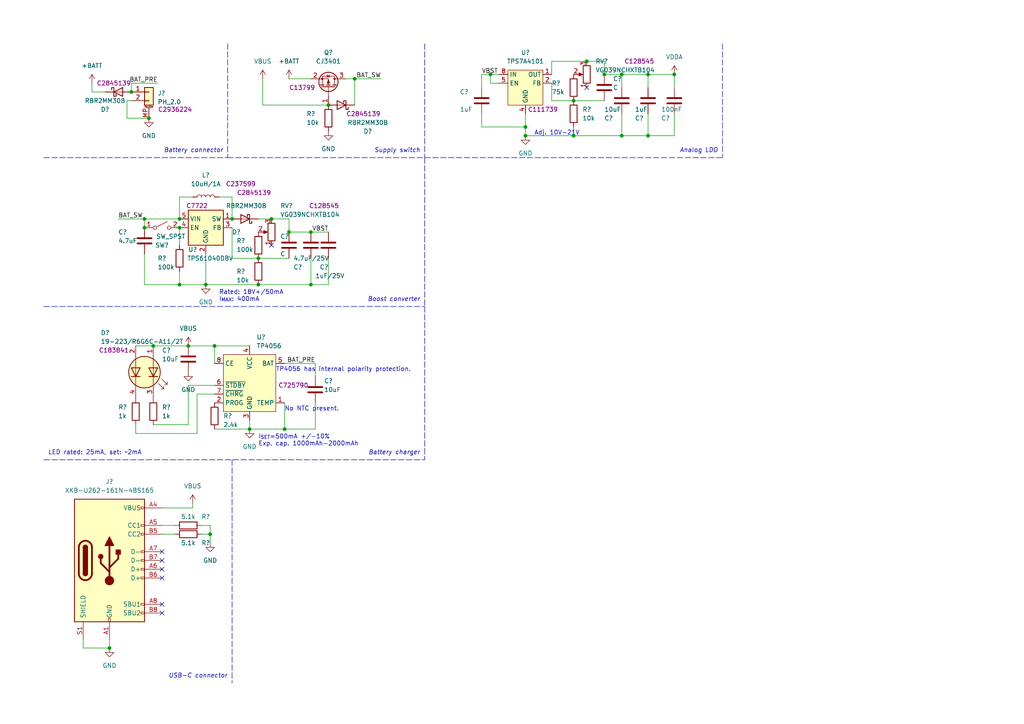
<source format=kicad_sch>
(kicad_sch (version 20211123) (generator eeschema)
  (paper "A4")
  (title_block (title "HFAmp") (rev "A0") (company "imi415"))
  (lib_symbols
    (symbol "Battery_Management_Local:TP4056"
      (property "Reference" "U" (at 0 0 0))
      (property "Value" "TP4056" (at 25.4 11.43 0))
      (symbol "TP4056_0_0"
        (pin input line (at 10.16 -5.08 180) (length 2.54) (name "TEMP") (number "1"))
        (pin input line (at -10.16 -5.08 0) (length 2.54) (name "PROG") (number "2"))
        (pin power_in line (at 0 -10.16 90) (length 2.54) (name "GND") (number "3"))
        (pin power_in line (at 0 11.43 270) (length 2.54) (name "VCC") (number "4"))
        (pin power_out line (at 10.16 6.35 180) (length 2.54) (name "BAT") (number "5"))
        (pin open_collector line (at -10.16 0 0) (length 2.54) (name "~{STDBY}") (number "6"))
        (pin open_collector line (at -10.16 -2.54 0) (length 2.54) (name "~{CHRG}") (number "7"))
        (pin input line (at -10.16 6.35 0) (length 2.54) (name "CE") (number "8"))
      )
      (symbol "TP4056_0_1"
        (rectangle (start -7.62 8.89) (end 7.62 -7.62) (fill (type background)))
      )
      (symbol "TP4056_1_1"
        (pin passive line (at 10.16 0 180) (length 2.54) hide (name "EP") (number "9"))
      )
    )
    (symbol "Connector:USB_C_Receptacle_USB2.0" (pin_names (offset 1.016))
      (property "Reference" "J" (at -10.16 19.05 0))
      (property "Value" "USB_C_Receptacle_USB2.0" (at 19.05 19.05 0))
      (symbol "USB_C_Receptacle_USB2.0_0_0"
        (rectangle (start -0.254 -17.78) (end 0.254 -16.764))
        (rectangle (start 10.16 -14.986) (end 9.144 -15.494))
        (rectangle (start 10.16 -12.446) (end 9.144 -12.954))
        (rectangle (start 10.16 -4.826) (end 9.144 -5.334))
        (rectangle (start 10.16 -2.286) (end 9.144 -2.794))
        (rectangle (start 10.16 0.254) (end 9.144 -0.254))
        (rectangle (start 10.16 2.794) (end 9.144 2.286))
        (rectangle (start 10.16 7.874) (end 9.144 7.366))
        (rectangle (start 10.16 10.414) (end 9.144 9.906))
        (rectangle (start 10.16 15.494) (end 9.144 14.986))
      )
      (symbol "USB_C_Receptacle_USB2.0_0_1"
        (rectangle (start -10.16 17.78) (end 10.16 -17.78) (stroke (width 0.254)) (fill (type background)))
        (arc (start -8.89 -3.81) (mid -6.985 -5.715) (end -5.08 -3.81) (stroke (width 0.508)))
        (arc (start -7.62 -3.81) (mid -6.985 -4.445) (end -6.35 -3.81) (stroke (width 0.254)))
        (arc (start -7.62 -3.81) (mid -6.985 -4.445) (end -6.35 -3.81) (stroke (width 0.254)) (fill (type outline)))
        (rectangle (start -7.62 -3.81) (end -6.35 3.81) (stroke (width 0.254)) (fill (type outline)))
        (arc (start -6.35 3.81) (mid -6.985 4.445) (end -7.62 3.81) (stroke (width 0.254)))
        (arc (start -6.35 3.81) (mid -6.985 4.445) (end -7.62 3.81) (stroke (width 0.254)) (fill (type outline)))
        (arc (start -5.08 3.81) (mid -6.985 5.715) (end -8.89 3.81) (stroke (width 0.508)))
        (circle (center -2.54 1.143) (radius 0.635) (stroke (width 0.254)) (fill (type outline)))
        (circle (center 0 -5.842) (radius 1.27) (fill (type outline)))
        (polyline (pts (xy -8.89 -3.81) (xy -8.89 3.81)) (stroke (width 0.508)))
        (polyline (pts (xy -5.08 3.81) (xy -5.08 -3.81)) (stroke (width 0.508)))
        (polyline (pts (xy 0 -5.842) (xy 0 4.318)) (stroke (width 0.508)))
        (polyline (pts (xy 0 -3.302) (xy -2.54 -0.762) (xy -2.54 0.508)) (stroke (width 0.508)))
        (polyline (pts (xy 0 -2.032) (xy 2.54 0.508) (xy 2.54 1.778)) (stroke (width 0.508)))
        (polyline (pts (xy -1.27 4.318) (xy 0 6.858) (xy 1.27 4.318) (xy -1.27 4.318)) (stroke (width 0.254)) (fill (type outline)))
        (rectangle (start 1.905 1.778) (end 3.175 3.048) (stroke (width 0.254)) (fill (type outline)))
      )
      (symbol "USB_C_Receptacle_USB2.0_1_1"
        (pin passive line (at 0 -22.86 90) (length 5.08) (name "GND") (number "A1"))
        (pin passive line (at 0 -22.86 90) (length 5.08) hide (name "GND") (number "A12"))
        (pin passive line (at 15.24 15.24 180) (length 5.08) (name "VBUS") (number "A4"))
        (pin bidirectional line (at 15.24 10.16 180) (length 5.08) (name "CC1") (number "A5"))
        (pin bidirectional line (at 15.24 -2.54 180) (length 5.08) (name "D+") (number "A6"))
        (pin bidirectional line (at 15.24 2.54 180) (length 5.08) (name "D-") (number "A7"))
        (pin bidirectional line (at 15.24 -12.7 180) (length 5.08) (name "SBU1") (number "A8"))
        (pin passive line (at 15.24 15.24 180) (length 5.08) hide (name "VBUS") (number "A9"))
        (pin passive line (at 0 -22.86 90) (length 5.08) hide (name "GND") (number "B1"))
        (pin passive line (at 0 -22.86 90) (length 5.08) hide (name "GND") (number "B12"))
        (pin passive line (at 15.24 15.24 180) (length 5.08) hide (name "VBUS") (number "B4"))
        (pin bidirectional line (at 15.24 7.62 180) (length 5.08) (name "CC2") (number "B5"))
        (pin bidirectional line (at 15.24 -5.08 180) (length 5.08) (name "D+") (number "B6"))
        (pin bidirectional line (at 15.24 0 180) (length 5.08) (name "D-") (number "B7"))
        (pin bidirectional line (at 15.24 -15.24 180) (length 5.08) (name "SBU2") (number "B8"))
        (pin passive line (at 15.24 15.24 180) (length 5.08) hide (name "VBUS") (number "B9"))
        (pin passive line (at -7.62 -22.86 90) (length 5.08) (name "SHIELD") (number "S1"))
      )
    )
    (symbol "Connector_Generic_MountingPin:Conn_01x02_MountingPin" (pin_names (offset 1.016) hide)
      (property "Reference" "J" (at 0 2.54 0))
      (property "Value" "Conn_01x02_MountingPin" (at 1.27 -5.08 0))
      (symbol "Conn_01x02_MountingPin_1_1"
        (rectangle (start -1.27 -2.413) (end 0 -2.667) (stroke (width 0.1524)))
        (rectangle (start -1.27 0.127) (end 0 -0.127) (stroke (width 0.1524)))
        (rectangle (start -1.27 1.27) (end 1.27 -3.81) (stroke (width 0.254)) (fill (type background)))
        (polyline (pts (xy -1.016 -4.572) (xy 1.016 -4.572)) (stroke (width 0.1524)))
        (text "Mounting" (at 0 -4.191 0) (effects (font (size 0.381 0.381))))
        (pin passive line (at -5.08 0 0) (length 3.81) (name "Pin_1") (number "1"))
        (pin passive line (at -5.08 -2.54 0) (length 3.81) (name "Pin_2") (number "2"))
        (pin passive line (at 0 -7.62 90) (length 3.048) (name "MountPin") (number "MP"))
      )
    )
    (symbol "Device:C" (pin_numbers hide) (pin_names (offset 0.254))
      (property "Reference" "C" (at 0.635 2.54 0))
      (property "Value" "C" (at 0.635 -2.54 0))
      (symbol "C_0_1"
        (polyline (pts (xy -2.032 -0.762) (xy 2.032 -0.762)) (stroke (width 0.508)))
        (polyline (pts (xy -2.032 0.762) (xy 2.032 0.762)) (stroke (width 0.508)))
      )
      (symbol "C_1_1"
        (pin passive line (at 0 3.81 270) (length 2.794) (name "~") (number "1"))
        (pin passive line (at 0 -3.81 90) (length 2.794) (name "~") (number "2"))
      )
    )
    (symbol "Device:D_Schottky" (pin_numbers hide) (pin_names (offset 1.016) hide)
      (property "Reference" "D" (at 0 2.54 0))
      (property "Value" "D_Schottky" (at 0 -2.54 0))
      (symbol "D_Schottky_0_1"
        (polyline (pts (xy 1.27 0) (xy -1.27 0)))
        (polyline (pts (xy 1.27 1.27) (xy 1.27 -1.27) (xy -1.27 0) (xy 1.27 1.27)) (stroke (width 0.254)))
        (polyline (pts (xy -1.905 0.635) (xy -1.905 1.27) (xy -1.27 1.27) (xy -1.27 -1.27) (xy -0.635 -1.27) (xy -0.635 -0.635)) (stroke (width 0.254)))
      )
      (symbol "D_Schottky_1_1"
        (pin passive line (at -3.81 0 0) (length 2.54) (name "K") (number "1"))
        (pin passive line (at 3.81 0 180) (length 2.54) (name "A") (number "2"))
      )
    )
    (symbol "Device:L" (pin_numbers hide) (pin_names (offset 1.016) hide)
      (property "Reference" "L" (at -1.27 0 90))
      (property "Value" "L" (at 1.905 0 90))
      (symbol "L_0_1"
        (arc (start 0 -2.54) (mid 0.635 -1.905) (end 0 -1.27))
        (arc (start 0 -1.27) (mid 0.635 -0.635) (end 0 0))
        (arc (start 0 0) (mid 0.635 0.635) (end 0 1.27))
        (arc (start 0 1.27) (mid 0.635 1.905) (end 0 2.54))
      )
      (symbol "L_1_1"
        (pin passive line (at 0 3.81 270) (length 1.27) (name "1") (number "1"))
        (pin passive line (at 0 -3.81 90) (length 1.27) (name "2") (number "2"))
      )
    )
    (symbol "Device:LED_Dual_AAKK" (pin_names (offset 0) hide)
      (property "Reference" "D" (at 0 5.715 0))
      (property "Value" "LED_Dual_AAKK" (at 0 -6.35 0))
      (symbol "LED_Dual_AAKK_0_1"
        (polyline (pts (xy -5.08 -2.54) (xy 2.032 -2.54)))
        (polyline (pts (xy -5.08 2.54) (xy 2.032 2.54)))
        (polyline (pts (xy 1.27 -1.27) (xy 1.27 -3.81)) (stroke (width 0.254)))
        (polyline (pts (xy 1.27 3.81) (xy 1.27 1.27)) (stroke (width 0.254)))
        (polyline (pts (xy 3.81 -2.54) (xy 1.905 -2.54)))
        (polyline (pts (xy 3.81 2.54) (xy 1.905 2.54)))
        (polyline (pts (xy -1.27 -1.27) (xy -1.27 -3.81) (xy 1.27 -2.54) (xy -1.27 -1.27)) (stroke (width 0.254)))
        (polyline (pts (xy -1.27 3.81) (xy -1.27 1.27) (xy 1.27 2.54) (xy -1.27 3.81)) (stroke (width 0.254)))
        (polyline (pts (xy 2.032 5.08) (xy 3.556 6.604) (xy 2.794 6.604) (xy 3.556 6.604) (xy 3.556 5.842)))
        (polyline (pts (xy 3.302 4.064) (xy 4.826 5.588) (xy 4.064 5.588) (xy 4.826 5.588) (xy 4.826 4.826)))
        (circle (center 0 0) (radius 4.572) (stroke (width 0.254)) (fill (type background)))
      )
      (symbol "LED_Dual_AAKK_1_1"
        (pin input line (at -7.62 2.54 0) (length 3.048) (name "A1") (number "1"))
        (pin input line (at -7.62 -2.54 0) (length 3.048) (name "A2") (number "2"))
        (pin input line (at 7.62 2.54 180) (length 3.81) (name "K1") (number "3"))
        (pin input line (at 7.62 -2.54 180) (length 3.81) (name "K2") (number "4"))
      )
    )
    (symbol "Device:Q_PMOS_GSD" (pin_names (offset 0) hide)
      (property "Reference" "Q" (at 5.08 1.27 0))
      (property "Value" "Q_PMOS_GSD" (at 5.08 -1.27 0))
      (symbol "Q_PMOS_GSD_0_1"
        (polyline (pts (xy 0.254 0) (xy -2.54 0)))
        (polyline (pts (xy 0.254 1.905) (xy 0.254 -1.905)) (stroke (width 0.254)))
        (polyline (pts (xy 0.762 -1.27) (xy 0.762 -2.286)) (stroke (width 0.254)))
        (polyline (pts (xy 0.762 0.508) (xy 0.762 -0.508)) (stroke (width 0.254)))
        (polyline (pts (xy 0.762 2.286) (xy 0.762 1.27)) (stroke (width 0.254)))
        (polyline (pts (xy 2.54 2.54) (xy 2.54 1.778)))
        (polyline (pts (xy 2.54 -2.54) (xy 2.54 0) (xy 0.762 0)))
        (polyline (pts (xy 0.762 1.778) (xy 3.302 1.778) (xy 3.302 -1.778) (xy 0.762 -1.778)))
        (polyline (pts (xy 2.286 0) (xy 1.27 0.381) (xy 1.27 -0.381) (xy 2.286 0)) (fill (type outline)))
        (polyline (pts (xy 2.794 -0.508) (xy 2.921 -0.381) (xy 3.683 -0.381) (xy 3.81 -0.254)))
        (polyline (pts (xy 3.302 -0.381) (xy 2.921 0.254) (xy 3.683 0.254) (xy 3.302 -0.381)))
        (circle (center 1.651 0) (radius 2.794) (stroke (width 0.254)))
        (circle (center 2.54 -1.778) (radius 0.254) (fill (type outline)))
        (circle (center 2.54 1.778) (radius 0.254) (fill (type outline)))
      )
      (symbol "Q_PMOS_GSD_1_1"
        (pin input line (at -5.08 0 0) (length 2.54) (name "G") (number "1"))
        (pin passive line (at 2.54 -5.08 90) (length 2.54) (name "S") (number "2"))
        (pin passive line (at 2.54 5.08 270) (length 2.54) (name "D") (number "3"))
      )
    )
    (symbol "Device:R" (pin_numbers hide) (pin_names (offset 0))
      (property "Reference" "R" (at 2.032 0 90))
      (property "Value" "R" (at 0 0 90))
      (symbol "R_0_1"
        (rectangle (start -1.016 -2.54) (end 1.016 2.54) (stroke (width 0.254)))
      )
      (symbol "R_1_1"
        (pin passive line (at 0 3.81 270) (length 1.27) (name "~") (number "1"))
        (pin passive line (at 0 -3.81 90) (length 1.27) (name "~") (number "2"))
      )
    )
    (symbol "Device:R_Potentiometer" (pin_names (offset 1.016) hide)
      (property "Reference" "RV" (at -4.445 0 90))
      (property "Value" "R_Potentiometer" (at -2.54 0 90))
      (symbol "R_Potentiometer_0_1"
        (polyline (pts (xy 2.54 0) (xy 1.524 0)))
        (polyline (pts (xy 1.143 0) (xy 2.286 0.508) (xy 2.286 -0.508) (xy 1.143 0)) (fill (type outline)))
        (rectangle (start 1.016 2.54) (end -1.016 -2.54) (stroke (width 0.254)))
      )
      (symbol "R_Potentiometer_1_1"
        (pin passive line (at 0 3.81 270) (length 1.27) (name "1") (number "1"))
        (pin passive line (at 3.81 0 180) (length 1.27) (name "2") (number "2"))
        (pin passive line (at 0 -3.81 90) (length 1.27) (name "3") (number "3"))
      )
    )
    (symbol "Regulator_Local:TPS7A4101"
      (property "Reference" "U" (at 0 0 0))
      (property "Value" "TPS7A4101" (at 0 6.35 0))
      (symbol "TPS7A4101_0_0"
        (pin power_out line (at 7.62 3.81 180) (length 2.54) (name "OUT") (number "1"))
        (pin input line (at 7.62 1.27 180) (length 2.54) (name "FB") (number "2"))
        (pin no_connect line (at 7.62 -2.54 180) (length 2.54) hide (name "NC") (number "3"))
        (pin power_in line (at 0 -7.62 90) (length 2.54) (name "GND") (number "4"))
        (pin input line (at -7.62 1.27 0) (length 2.54) (name "EN") (number "5"))
        (pin no_connect line (at 7.62 -2.54 180) (length 2.54) hide (name "NC") (number "6"))
        (pin no_connect line (at 7.62 -2.54 180) (length 2.54) hide (name "NC") (number "7"))
        (pin power_in line (at -7.62 3.81 0) (length 2.54) (name "IN") (number "8"))
      )
      (symbol "TPS7A4101_0_1"
        (rectangle (start -5.08 5.08) (end 5.08 -5.08) (stroke (width 0.1524)) (fill (type background)))
      )
    )
    (symbol "Regulator_Switching:TPS61040DBV"
      (property "Reference" "U" (at -5.08 6.35 0))
      (property "Value" "TPS61040DBV" (at 0 6.35 0))
      (symbol "TPS61040DBV_0_1"
        (rectangle (start -5.08 5.08) (end 5.08 -5.08) (stroke (width 0.254)) (fill (type background)))
      )
      (symbol "TPS61040DBV_1_1"
        (pin power_out line (at 7.62 2.54 180) (length 2.54) (name "SW") (number "1"))
        (pin power_in line (at 0 -7.62 90) (length 2.54) (name "GND") (number "2"))
        (pin input line (at 7.62 0 180) (length 2.54) (name "FB") (number "3"))
        (pin input line (at -7.62 0 0) (length 2.54) (name "EN") (number "4"))
        (pin power_in line (at -7.62 2.54 0) (length 2.54) (name "VIN") (number "5"))
      )
    )
    (symbol "Switch:SW_SPST" (pin_names (offset 0) hide)
      (property "Reference" "SW" (at 0 3.175 0))
      (property "Value" "SW_SPST" (at 0 -2.54 0))
      (symbol "SW_SPST_0_0"
        (circle (center -2.032 0) (radius 0.508))
        (polyline (pts (xy -1.524 0.254) (xy 1.524 1.778)))
        (circle (center 2.032 0) (radius 0.508))
      )
      (symbol "SW_SPST_1_1"
        (pin passive line (at -5.08 0 0) (length 2.54) (name "A") (number "1"))
        (pin passive line (at 5.08 0 180) (length 2.54) (name "B") (number "2"))
      )
    )
    (symbol "power:+BATT" (power) (pin_names (offset 0))
      (property "Value" "+BATT" (at 0 3.556 0))
      (symbol "+BATT_0_1"
        (polyline (pts (xy -0.762 1.27) (xy 0 2.54)))
        (polyline (pts (xy 0 0) (xy 0 2.54)))
        (polyline (pts (xy 0 2.54) (xy 0.762 1.27)))
      )
      (symbol "+BATT_1_1"
        (pin power_in line (at 0 0 90) (length 0) hide (name "+BATT") (number "1"))
      )
    )
    (symbol "power:GND" (power) (pin_names (offset 0))
      (property "Value" "GND" (at 0 -3.81 0))
      (symbol "GND_0_1"
        (polyline (pts (xy 0 0) (xy 0 -1.27) (xy 1.27 -1.27) (xy 0 -2.54) (xy -1.27 -1.27) (xy 0 -1.27)))
      )
      (symbol "GND_1_1"
        (pin power_in line (at 0 0 270) (length 0) hide (name "GND") (number "1"))
      )
    )
    (symbol "power:VBUS" (power) (pin_names (offset 0))
      (property "Value" "VBUS" (at 0 3.81 0))
      (symbol "VBUS_0_1"
        (polyline (pts (xy -0.762 1.27) (xy 0 2.54)))
        (polyline (pts (xy 0 0) (xy 0 2.54)))
        (polyline (pts (xy 0 2.54) (xy 0.762 1.27)))
      )
      (symbol "VBUS_1_1"
        (pin power_in line (at 0 0 90) (length 0) hide (name "VBUS") (number "1"))
      )
    )
    (symbol "power:VDDA" (power) (pin_names (offset 0))
      (property "Value" "VDDA" (at 0 3.81 0))
      (symbol "VDDA_0_1"
        (polyline (pts (xy -0.762 1.27) (xy 0 2.54)))
        (polyline (pts (xy 0 0) (xy 0 2.54)))
        (polyline (pts (xy 0 2.54) (xy 0.762 1.27)))
      )
      (symbol "VDDA_1_1"
        (pin power_in line (at 0 0 90) (length 0) hide (name "VDDA") (number "1"))
      )
    )
  )
  (junction (at 180.34 21.59))
  (junction (at 52.07 82.55))
  (junction (at 60.96 154.94))
  (junction (at 83.82 67.31))
  (junction (at 170.18 17.78))
  (junction (at 74.93 74.93))
  (junction (at 90.17 67.31))
  (junction (at 95.25 30.48))
  (junction (at 152.4 36.83))
  (junction (at 195.58 21.59))
  (junction (at 102.87 22.86))
  (junction (at 41.91 66.04))
  (junction (at 67.31 63.5))
  (junction (at 74.93 82.55))
  (junction (at 152.4 39.37))
  (junction (at 187.96 39.37))
  (junction (at 90.17 82.55))
  (junction (at 54.61 100.33))
  (junction (at 52.07 66.04))
  (junction (at 59.69 82.55))
  (junction (at 43.18 34.29))
  (junction (at 52.07 63.5))
  (junction (at 72.39 124.46))
  (junction (at 175.26 21.59))
  (junction (at 142.24 21.59))
  (junction (at 166.37 29.21))
  (junction (at 44.45 100.33))
  (junction (at 62.23 100.33))
  (junction (at 166.37 39.37))
  (junction (at 38.1 26.67))
  (junction (at 78.74 63.5))
  (junction (at 41.91 63.5))
  (junction (at 82.55 124.46))
  (junction (at 31.75 187.96))
  (junction (at 180.34 39.37))
  (junction (at 187.96 21.59))
  (no_connect (at 46.99 162.56))
  (no_connect (at 170.18 25.4))
  (no_connect (at 46.99 165.1))
  (no_connect (at 46.99 160.02))
  (no_connect (at 46.99 177.8))
  (no_connect (at 46.99 167.64))
  (no_connect (at 78.74 71.12))
  (no_connect (at 46.99 175.26))
  (wire (pts (xy 180.34 33.02) (xy 180.34 39.37)))
  (wire (pts (xy 38.1 26.67) (xy 38.1 24.13)))
  (wire (pts (xy 187.96 21.59) (xy 187.96 25.4)))
  (wire (pts (xy 38.1 24.13) (xy 45.72 24.13)))
  (wire (pts (xy 67.31 66.04) (xy 67.31 74.93)))
  (wire (pts (xy 170.18 17.78) (xy 160.02 17.78)))
  (wire (pts (xy 160.02 24.13) (xy 160.02 29.21)))
  (wire (pts (xy 41.91 63.5) (xy 52.07 63.5)))
  (wire (pts (xy 46.99 152.4) (xy 50.8 152.4)))
  (wire (pts (xy 36.83 34.29) (xy 43.18 34.29)))
  (wire (pts (xy 90.17 74.93) (xy 90.17 82.55)))
  (polyline (pts (xy 66.04 12.7) (xy 66.04 45.72)))
  (polyline (pts (xy 12.7 133.35) (xy 123.19 133.35)))
  (polyline (pts (xy 67.31 133.35) (xy 67.31 198.12)))
  (wire (pts (xy 26.67 26.67) (xy 30.48 26.67)))
  (wire (pts (xy 166.37 39.37) (xy 180.34 39.37)))
  (wire (pts (xy 160.02 17.78) (xy 160.02 21.59)))
  (wire (pts (xy 102.87 22.86) (xy 102.87 30.48)))
  (polyline (pts (xy 123.19 45.72) (xy 123.19 88.9)))
  (wire (pts (xy 76.2 30.48) (xy 95.25 30.48)))
  (wire (pts (xy 58.42 152.4) (xy 60.96 152.4)))
  (wire (pts (xy 36.83 29.21) (xy 36.83 34.29)))
  (wire (pts (xy 59.69 73.66) (xy 59.69 82.55)))
  (wire (pts (xy 24.13 185.42) (xy 24.13 187.96)))
  (wire (pts (xy 67.31 74.93) (xy 74.93 74.93)))
  (wire (pts (xy 160.02 29.21) (xy 166.37 29.21)))
  (wire (pts (xy 62.23 100.33) (xy 72.39 100.33)))
  (wire (pts (xy 62.23 105.41) (xy 62.23 100.33)))
  (wire (pts (xy 74.93 82.55) (xy 59.69 82.55)))
  (wire (pts (xy 139.7 36.83) (xy 152.4 36.83)))
  (wire (pts (xy 142.24 24.13) (xy 142.24 21.59)))
  (polyline (pts (xy 12.7 45.72) (xy 66.04 45.72)))
  (wire (pts (xy 83.82 67.31) (xy 90.17 67.31)))
  (wire (pts (xy 175.26 17.78) (xy 175.26 21.59)))
  (wire (pts (xy 195.58 21.59) (xy 195.58 25.4)))
  (wire (pts (xy 95.25 74.93) (xy 95.25 82.55)))
  (wire (pts (xy 24.13 187.96) (xy 31.75 187.96)))
  (wire (pts (xy 139.7 21.59) (xy 142.24 21.59)))
  (wire (pts (xy 60.96 154.94) (xy 58.42 154.94)))
  (wire (pts (xy 55.88 147.32) (xy 55.88 146.05)))
  (wire (pts (xy 54.61 123.19) (xy 44.45 123.19)))
  (wire (pts (xy 180.34 21.59) (xy 180.34 25.4)))
  (wire (pts (xy 52.07 57.15) (xy 52.07 63.5)))
  (wire (pts (xy 26.67 24.13) (xy 26.67 26.67)))
  (wire (pts (xy 72.39 121.92) (xy 72.39 124.46)))
  (wire (pts (xy 41.91 82.55) (xy 52.07 82.55)))
  (wire (pts (xy 175.26 21.59) (xy 180.34 21.59)))
  (wire (pts (xy 78.74 63.5) (xy 83.82 63.5)))
  (wire (pts (xy 144.78 24.13) (xy 142.24 24.13)))
  (wire (pts (xy 67.31 57.15) (xy 67.31 63.5)))
  (polyline (pts (xy 66.04 45.72) (xy 123.19 45.72)))
  (wire (pts (xy 187.96 33.02) (xy 187.96 39.37)))
  (wire (pts (xy 102.87 22.86) (xy 110.49 22.86)))
  (wire (pts (xy 62.23 114.3) (xy 57.15 114.3)))
  (polyline (pts (xy 12.7 88.9) (xy 123.19 88.9)))
  (wire (pts (xy 90.17 82.55) (xy 95.25 82.55)))
  (wire (pts (xy 152.4 39.37) (xy 166.37 39.37)))
  (wire (pts (xy 166.37 29.21) (xy 175.26 29.21)))
  (wire (pts (xy 46.99 147.32) (xy 55.88 147.32)))
  (wire (pts (xy 39.37 125.73) (xy 39.37 123.19)))
  (wire (pts (xy 91.44 116.84) (xy 91.44 124.46)))
  (polyline (pts (xy 123.19 45.72) (xy 209.55 45.72)))
  (polyline (pts (xy 123.19 12.7) (xy 123.19 45.72)))
  (wire (pts (xy 142.24 21.59) (xy 144.78 21.59)))
  (wire (pts (xy 57.15 125.73) (xy 39.37 125.73)))
  (wire (pts (xy 44.45 100.33) (xy 54.61 100.33)))
  (wire (pts (xy 34.29 63.5) (xy 41.91 63.5)))
  (wire (pts (xy 76.2 22.86) (xy 76.2 30.48)))
  (wire (pts (xy 41.91 63.5) (xy 41.91 66.04)))
  (wire (pts (xy 91.44 105.41) (xy 91.44 109.22)))
  (wire (pts (xy 52.07 66.04) (xy 52.07 71.12)))
  (polyline (pts (xy 209.55 12.7) (xy 209.55 45.72)))
  (wire (pts (xy 52.07 82.55) (xy 59.69 82.55)))
  (wire (pts (xy 82.55 124.46) (xy 72.39 124.46)))
  (wire (pts (xy 54.61 100.33) (xy 62.23 100.33)))
  (wire (pts (xy 62.23 124.46) (xy 72.39 124.46)))
  (wire (pts (xy 152.4 33.02) (xy 152.4 36.83)))
  (wire (pts (xy 83.82 22.86) (xy 90.17 22.86)))
  (wire (pts (xy 187.96 39.37) (xy 195.58 39.37)))
  (wire (pts (xy 180.34 39.37) (xy 187.96 39.37)))
  (wire (pts (xy 60.96 154.94) (xy 60.96 157.48)))
  (wire (pts (xy 91.44 124.46) (xy 82.55 124.46)))
  (wire (pts (xy 90.17 67.31) (xy 95.25 67.31)))
  (wire (pts (xy 74.93 74.93) (xy 83.82 74.93)))
  (wire (pts (xy 82.55 105.41) (xy 91.44 105.41)))
  (wire (pts (xy 180.34 21.59) (xy 187.96 21.59)))
  (wire (pts (xy 31.75 187.96) (xy 31.75 185.42)))
  (wire (pts (xy 74.93 63.5) (xy 78.74 63.5)))
  (wire (pts (xy 74.93 82.55) (xy 90.17 82.55)))
  (wire (pts (xy 152.4 36.83) (xy 152.4 39.37)))
  (wire (pts (xy 41.91 73.66) (xy 41.91 82.55)))
  (polyline (pts (xy 123.19 88.9) (xy 123.19 133.35)))
  (wire (pts (xy 60.96 152.4) (xy 60.96 154.94)))
  (wire (pts (xy 83.82 63.5) (xy 83.82 67.31)))
  (wire (pts (xy 187.96 21.59) (xy 195.58 21.59)))
  (wire (pts (xy 195.58 33.02) (xy 195.58 39.37)))
  (wire (pts (xy 46.99 154.94) (xy 50.8 154.94)))
  (wire (pts (xy 139.7 21.59) (xy 139.7 25.4)))
  (wire (pts (xy 100.33 22.86) (xy 102.87 22.86)))
  (wire (pts (xy 82.55 116.84) (xy 82.55 124.46)))
  (wire (pts (xy 139.7 33.02) (xy 139.7 36.83)))
  (wire (pts (xy 54.61 111.76) (xy 54.61 123.19)))
  (wire (pts (xy 166.37 39.37) (xy 166.37 36.83)))
  (wire (pts (xy 52.07 78.74) (xy 52.07 82.55)))
  (wire (pts (xy 170.18 17.78) (xy 175.26 17.78)))
  (wire (pts (xy 63.5 57.15) (xy 67.31 57.15)))
  (wire (pts (xy 39.37 100.33) (xy 44.45 100.33)))
  (wire (pts (xy 55.88 57.15) (xy 52.07 57.15)))
  (wire (pts (xy 38.1 29.21) (xy 36.83 29.21)))
  (wire (pts (xy 54.61 111.76) (xy 62.23 111.76)))
  (wire (pts (xy 57.15 114.3) (xy 57.15 125.73)))
  (text "Analog LDO" (at 208.28 44.45 180) (effects (font (size 1.27 1.27) italic) (justify right bottom)))
  (text "Supply switch" (at 121.92 44.45 180) (effects (font (size 1.27 1.27) italic) (justify right bottom)))
  (text "Rated: 18V+/50mA\nI_{MAX}: 400mA" (at 63.5 87.63 0) (effects (font (size 1.27 1.27)) (justify left bottom)))
  (text "Boost converter" (at 121.92 87.63 180) (effects (font (size 1.27 1.27) italic) (justify right bottom)))
  (text "Adj. 10V-21V" (at 154.94 39.37 0) (effects (font (size 1.27 1.27)) (justify left bottom)))
  (text "Battery connector" (at 64.77 44.45 180) (effects (font (size 1.27 1.27) italic) (justify right bottom)))
  (text "I_{SET}=500mA +/-10%\nExp. cap. 1000mAh-2000mAh" (at 74.93 129.54 0) (effects (font (size 1.27 1.27)) (justify left bottom)))
  (text "No NTC present." (at 82.55 119.38 0) (effects (font (size 1.27 1.27)) (justify left bottom)))
  (text "LED rated: 25mA, set: ~2mA" (at 13.97 132.08 0) (effects (font (size 1.27 1.27)) (justify left bottom)))
  (text "Battery charger" (at 121.92 132.08 180) (effects (font (size 1.27 1.27) italic) (justify right bottom)))
  (text "USB-C connector" (at 66.04 196.85 180) (effects (font (size 1.27 1.27) italic) (justify right bottom)))
  (text "TP4056 has internal polarity protection." (at 80.01 107.95 0) (effects (font (size 1.27 1.27)) (justify left bottom)))
  (label "BAT_SW" (at 110.49 22.86 180))
  (label "BAT_PRE" (at 45.72 24.13 180))
  (label "VBST" (at 139.7 21.59 0))
  (label "BAT_SW" (at 34.29 63.5 0))
  (label "BAT_PRE" (at 91.44 105.41 180))
  (label "VBST" (at 95.25 67.31 180))
  (symbol (lib_id "Device:R") (at 95.25 34.29 0) (unit 1)
    (property "Reference" "R?" (at 88.9 33.02 0) (effects (justify left)))
    (property "Value" "10k" (at 88.9 35.56 0) (effects (justify left)))
    (property "Footprint" "Resistor_SMD:R_0603_1608Metric" (effects hide))
  )
  (symbol (lib_id "Device:R") (at 166.37 25.4 0) (unit 1)
    (property "Reference" "R?" (at 160.02 24.13 0) (effects (justify left)))
    (property "Value" "75k" (at 160.02 26.67 0) (effects (justify left)))
    (property "Footprint" "Resistor_SMD:R_0603_1608Metric" (effects hide))
  )
  (symbol (lib_id "Device:C") (at 175.26 25.4 0) (unit 1)
    (property "Reference" "C?" (at 177.8 22.86 0) (effects (justify left)))
    (property "Value" "C" (at 177.8 25.4 0) (effects (justify left)))
  )
  (symbol (lib_id "Device:L") (at 59.69 57.15 90) (unit 1)
    (property "Reference" "L?" (at 59.69 50.8 90))
    (property "Value" "10uH/1A" (at 59.69 53.34 90))
    (property "Footprint" "Inductor_SMD:L_1008_2520Metric" (effects hide))
    (property "MPN" "C237599" (at 69.85 53.34 90))
  )
  (symbol (lib_id "Device:LED_Dual_AAKK") (at 41.91 107.95 270) (unit 1)
    (property "Reference" "D?" (at 29.21 96.52 90) (effects (justify left)))
    (property "Value" "19-223/R6G6C-A11/2T" (at 29.21 99.06 90) (effects (justify left)))
    (property "MPN" "C183841" (at 33.02 101.6 90))
  )
  (symbol (lib_id "power:GND") (at 59.69 82.55 0) (unit 1)
    (property "Reference" "#PWR?" (effects hide))
    (property "Value" "GND" (at 59.69 87.63 0))
  )
  (symbol (lib_id "Device:C") (at 54.61 104.14 0) (mirror y) (unit 1)
    (property "Reference" "C?" (at 46.99 101.6 0) (effects (justify right)))
    (property "Value" "10uF" (at 46.99 104.14 0) (effects (justify right)))
  )
  (symbol (lib_id "power:GND") (at 43.18 34.29 0) (unit 1)
    (property "Reference" "#PWR?" (effects hide))
    (property "Value" "GND" (at 43.18 39.37 0))
  )
  (symbol (lib_id "Device:R") (at 44.45 119.38 0) (unit 1)
    (property "Reference" "R?" (at 46.99 118.11 0) (effects (justify left)))
    (property "Value" "1k" (at 46.99 120.65 0) (effects (justify left)))
    (property "Footprint" "Resistor_SMD:R_0603_1608Metric" (effects hide))
  )
  (symbol (lib_id "Device:R") (at 62.23 120.65 0) (unit 1)
    (property "Reference" "R?" (at 64.77 120.65 0) (effects (justify left)))
    (property "Value" "2.4k" (at 64.77 123.19 0) (effects (justify left)))
    (property "Footprint" "Resistor_SMD:R_0603_1608Metric" (effects hide))
  )
  (symbol (lib_id "Device:C") (at 83.82 71.12 0) (unit 1)
    (property "Reference" "C?" (at 81.28 68.58 0) (effects (justify left)))
    (property "Value" "C" (at 81.28 73.66 0) (effects (justify left)))
  )
  (symbol (lib_id "Switch:SW_SPST") (at 46.99 66.04 0) (unit 1)
    (property "Reference" "SW?" (at 46.99 71.12 0))
    (property "Value" "SW_SPST" (at 49.53 68.58 0))
  )
  (symbol (lib_id "power:GND") (at 152.4 39.37 0) (unit 1)
    (property "Reference" "#PWR?" (effects hide))
    (property "Value" "GND" (at 152.4 44.45 0))
  )
  (symbol (lib_id "power:+BATT") (at 83.82 22.86 0) (mirror y) (unit 1)
    (property "Reference" "#PWR?" (effects hide))
    (property "Value" "+BATT" (at 83.82 17.78 0))
  )
  (symbol (lib_id "Device:R") (at 52.07 74.93 0) (unit 1)
    (property "Reference" "R?" (at 45.72 74.93 0) (effects (justify left)))
    (property "Value" "100k" (at 45.72 77.47 0) (effects (justify left)))
    (property "Footprint" "Resistor_SMD:R_0603_1608Metric" (effects hide))
  )
  (symbol (lib_id "Device:D_Schottky") (at 34.29 26.67 0) (unit 1)
    (property "Reference" "D?" (at 30.48 31.75 0))
    (property "Value" "RBR2MM30B" (at 30.48 29.21 0))
    (property "Footprint" "Diode_SMD:D_SOD-123" (effects hide))
    (property "MPN" "C2845139" (at 33.02 24.13 0))
  )
  (symbol (lib_id "power:GND") (at 31.75 187.96 0) (unit 1)
    (property "Reference" "#PWR?" (effects hide))
    (property "Value" "GND" (at 31.75 193.04 0))
  )
  (symbol (lib_id "Device:C") (at 180.34 29.21 0) (mirror y) (unit 1)
    (property "Reference" "C?" (at 175.26 34.29 0) (effects (justify right)))
    (property "Value" "10uF" (at 175.26 31.75 0) (effects (justify right)))
    (property "Footprint" "Capacitor_SMD:C_0805_2012Metric" (effects hide))
  )
  (symbol (lib_id "Device:Q_PMOS_GSD") (at 95.25 25.4 270) (mirror x) (unit 1)
    (property "Reference" "Q?" (at 95.25 15.24 90))
    (property "Value" "CJ3401" (at 95.25 17.78 90))
    (property "Footprint" "Package_TO_SOT_SMD:TSOT-23" (effects hide))
    (property "MPN" "C13799" (at 87.63 25.4 90))
  )
  (symbol (lib_id "Device:C") (at 41.91 69.85 0) (mirror y) (unit 1)
    (property "Reference" "C?" (at 34.29 67.31 0) (effects (justify right)))
    (property "Value" "4.7uF" (at 34.29 69.85 0) (effects (justify right)))
    (property "Footprint" "Capacitor_SMD:C_0805_2012Metric" (effects hide))
  )
  (symbol (lib_id "Device:C") (at 91.44 113.03 0) (mirror y) (unit 1)
    (property "Reference" "C?" (at 93.98 110.49 0) (effects (justify right)))
    (property "Value" "10uF" (at 93.98 113.03 0) (effects (justify right)))
    (property "Footprint" "Capacitor_SMD:C_0805_2012Metric" (effects hide))
  )
  (symbol (lib_id "power:VBUS") (at 55.88 146.05 0) (mirror y) (unit 1)
    (property "Reference" "#PWR?" (effects hide))
    (property "Value" "VBUS" (at 55.88 140.97 0))
  )
  (symbol (lib_id "Device:C") (at 195.58 29.21 0) (mirror y) (unit 1)
    (property "Reference" "C?" (at 191.77 34.29 0) (effects (justify right)))
    (property "Value" "100nF" (at 191.77 31.75 0) (effects (justify right)))
    (property "Footprint" "Capacitor_SMD:C_0603_1608Metric" (effects hide))
  )
  (symbol (lib_id "Device:R") (at 166.37 33.02 0) (unit 1)
    (property "Reference" "R?" (at 168.91 31.7499 0) (effects (justify left)))
    (property "Value" "10k" (at 168.91 34.2899 0) (effects (justify left)))
    (property "Footprint" "Resistor_SMD:R_0603_1608Metric" (effects hide))
  )
  (symbol (lib_id "power:GND") (at 72.39 124.46 0) (unit 1)
    (property "Reference" "#PWR?" (effects hide))
    (property "Value" "GND" (at 72.39 129.54 0))
  )
  (symbol (lib_id "Device:R") (at 54.61 154.94 90) (unit 1)
    (property "Reference" "R?" (at 59.69 157.48 90))
    (property "Value" "5.1k" (at 54.61 157.48 90))
    (property "Footprint" "Resistor_SMD:R_0603_1608Metric" (effects hide))
  )
  (symbol (lib_id "Device:R") (at 74.93 78.74 0) (unit 1)
    (property "Reference" "R?" (at 68.58 78.74 0) (effects (justify left)))
    (property "Value" "10k" (at 68.58 81.28 0) (effects (justify left)))
    (property "Footprint" "Resistor_SMD:R_0603_1608Metric" (effects hide))
  )
  (symbol (lib_id "Device:C") (at 90.17 71.12 0) (unit 1)
    (property "Reference" "C?" (at 85.09 77.47 0) (effects (justify left)))
    (property "Value" "4.7uF/25V" (at 85.09 74.93 0) (effects (justify left)))
    (property "Footprint" "Capacitor_SMD:C_0805_2012Metric" (effects hide))
  )
  (symbol (lib_id "Device:C") (at 187.96 29.21 0) (mirror y) (unit 1)
    (property "Reference" "C?" (at 184.15 34.29 0) (effects (justify right)))
    (property "Value" "1uF" (at 184.15 31.75 0) (effects (justify right)))
    (property "Footprint" "Capacitor_SMD:C_0603_1608Metric" (effects hide))
  )
  (symbol (lib_id "Device:D_Schottky") (at 71.12 63.5 180) (unit 1)
    (property "Reference" "D?" (at 68.58 67.31 0))
    (property "Value" "RBR2MM30B" (at 71.4375 59.69 0))
    (property "Footprint" "Diode_SMD:D_SOD-123" (effects hide))
    (property "MPN" "C2845139" (at 73.66 55.88 0))
  )
  (symbol (lib_id "Device:R") (at 54.61 152.4 90) (unit 1)
    (property "Reference" "R?" (at 59.69 149.86 90))
    (property "Value" "5.1k" (at 54.61 149.86 90))
    (property "Footprint" "Resistor_SMD:R_0603_1608Metric" (effects hide))
  )
  (symbol (lib_id "power:+BATT") (at 26.67 24.13 0) (mirror y) (unit 1)
    (property "Reference" "#PWR?" (effects hide))
    (property "Value" "+BATT" (at 26.67 19.05 0))
  )
  (symbol (lib_id "Connector:USB_C_Receptacle_USB2.0") (at 31.75 162.56 0) (unit 1)
    (property "Reference" "J?" (at 31.75 139.7 0))
    (property "Value" "XKB-U262-161N-4BS165" (at 31.75 142.24 0))
    (property "Datasheet" "https://www.usb.org/sites/default/files/documents/usb_type-c.zip" (effects hide))
  )
  (symbol (lib_id "power:GND") (at 60.96 157.48 0) (unit 1)
    (property "Reference" "#PWR?" (effects hide))
    (property "Value" "GND" (at 60.96 162.56 0))
  )
  (symbol (lib_id "power:GND") (at 95.25 38.1 0) (unit 1)
    (property "Reference" "#PWR?" (effects hide))
    (property "Value" "GND" (at 95.25 43.18 0))
  )
  (symbol (lib_id "Device:C") (at 139.7 29.21 0) (unit 1)
    (property "Reference" "C?" (at 133.35 26.67 0) (effects (justify left)))
    (property "Value" "1uF" (at 133.35 31.75 0) (effects (justify left)))
    (property "Footprint" "Capacitor_SMD:C_0603_1608Metric" (effects hide))
  )
  (symbol (lib_id "power:VBUS") (at 76.2 22.86 0) (unit 1)
    (property "Reference" "#PWR?" (effects hide))
    (property "Value" "VBUS" (at 76.2 17.78 0))
  )
  (symbol (lib_id "Regulator_Switching:TPS61040DBV") (at 59.69 66.04 0) (unit 1)
    (property "Reference" "U?" (at 55.88 72.39 0))
    (property "Value" "TPS61040DBV" (at 60.96 74.93 0))
    (property "Footprint" "Package_TO_SOT_SMD:SOT-23-5" (effects hide))
    (property "Datasheet" "http://www.ti.com/lit/ds/symlink/tps61040.pdf" (effects hide))
    (property "MPN" "C7722" (at 57.15 59.69 0))
  )
  (symbol (lib_id "Device:R") (at 39.37 119.38 0) (unit 1)
    (property "Reference" "R?" (at 34.29 118.11 0) (effects (justify left)))
    (property "Value" "1k" (at 34.29 120.65 0) (effects (justify left)))
    (property "Footprint" "Resistor_SMD:R_0603_1608Metric" (effects hide))
  )
  (symbol (lib_id "power:VBUS") (at 54.61 100.33 0) (mirror y) (unit 1)
    (property "Reference" "#PWR?" (effects hide))
    (property "Value" "VBUS" (at 54.61 95.25 0))
  )
  (symbol (lib_id "Device:R") (at 74.93 71.12 0) (unit 1)
    (property "Reference" "R?" (at 68.58 69.85 0) (effects (justify left)))
    (property "Value" "100k" (at 68.58 72.39 0) (effects (justify left)))
    (property "Footprint" "Resistor_SMD:R_0603_1608Metric" (effects hide))
  )
  (symbol (lib_id "Battery_Management_Local:TP4056") (at 72.39 111.76 0) (unit 1)
    (property "Reference" "U?" (at 74.4094 97.79 0) (effects (justify left)))
    (property "Value" "TP4056" (at 74.4094 100.33 0) (effects (justify left)))
    (property "Footprint" "Package_SO:SOIC-8-1EP_3.9x4.9mm_P1.27mm_EP2.62x3.51mm_ThermalVias" (effects hide))
    (property "MPN" "C725790" (at 85.09 111.76 0))
  )
  (symbol (lib_id "Regulator_Local:TPS7A4101") (at 152.4 25.4 0) (unit 1)
    (property "Reference" "U?" (at 152.4 15.24 0))
    (property "Value" "TPS7A4101" (at 152.4 17.78 0))
    (property "Footprint" "Package_SO:HVSSOP-10-1EP_3x3mm_P0.5mm_EP1.57x1.88mm" (effects hide))
    (property "MPN" "C111739" (at 157.48 31.75 0))
  )
  (symbol (lib_id "power:GND") (at 54.61 107.95 0) (unit 1)
    (property "Reference" "#PWR?" (effects hide))
    (property "Value" "GND" (at 54.61 113.03 0))
  )
  (symbol (lib_id "Connector_Generic_MountingPin:Conn_01x02_MountingPin") (at 43.18 26.67 0) (unit 1)
    (property "Reference" "J?" (at 45.72 27.0255 0) (effects (justify left)))
    (property "Value" "PH_2.0" (at 45.72 29.5655 0) (effects (justify left)))
    (property "MPN" "C2936224" (at 50.8 31.75 0))
  )
  (symbol (lib_id "Device:C") (at 95.25 71.12 0) (mirror y) (unit 1)
    (property "Reference" "C?" (at 92.71 77.47 0) (effects (justify right)))
    (property "Value" "1uF/25V" (at 91.44 80.01 0) (effects (justify right)))
    (property "Footprint" "Capacitor_SMD:C_0603_1608Metric" (effects hide))
  )
  (symbol (lib_id "Device:R_Potentiometer") (at 78.74 67.31 180) (unit 1)
    (property "Reference" "RV?" (at 81.28 59.69 0) (effects (justify right)))
    (property "Value" "VG039NCHXTB104" (at 81.28 62.23 0) (effects (justify right)))
    (property "Footprint" "Potentiometer_SMD:Potentiometer_Bourns_TC33X_Vertical" (effects hide))
    (property "MPN" "C128545" (at 93.98 59.69 0))
  )
  (symbol (lib_id "Device:R_Potentiometer") (at 170.18 21.59 180) (unit 1)
    (property "Reference" "RV?" (at 172.72 17.78 0) (effects (justify right)))
    (property "Value" "VG039NCHXTB104" (at 172.72 20.32 0) (effects (justify right)))
    (property "Footprint" "Potentiometer_SMD:Potentiometer_Bourns_TC33X_Vertical" (effects hide))
    (property "Field4" "C128545" (at 185.42 17.78 0))
  )
  (symbol (lib_id "power:VDDA") (at 195.58 21.59 0) (unit 1)
    (property "Reference" "#PWR?" (effects hide))
    (property "Value" "VDDA" (at 195.58 16.51 0))
  )
  (symbol (lib_id "Device:D_Schottky") (at 99.06 30.48 180) (unit 1)
    (property "Reference" "D?" (at 106.68 38.1 0))
    (property "Value" "RBR2MM30B" (at 106.68 35.56 0))
    (property "Footprint" "Diode_SMD:D_SOD-123" (effects hide))
    (property "MPN" "C2845139" (at 105.41 33.02 0))
  )
)
</source>
